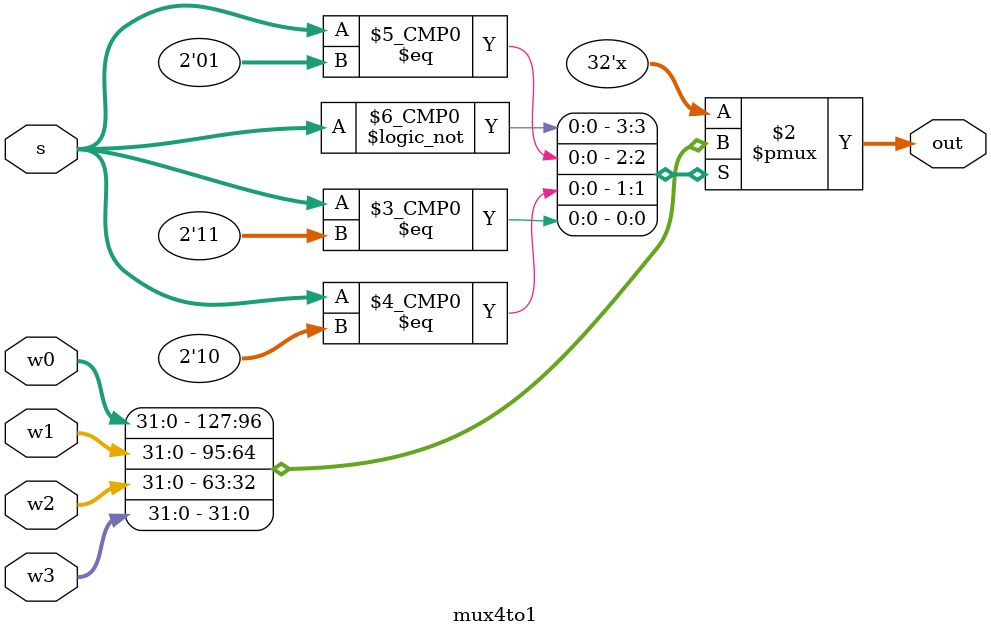
<source format=v>
`timescale 1ns / 1ps


module mux4to1(w0, w1, w2, w3, s, out);
input [31:0]w0; 
input [31:0]w1;
input [31:0]w2;
input [31:0]w3;
input [1:0]s;
output reg [31:0]out;

// seletor value chooses one of the inputs to send to output
always@(w0, w1, w2, w3, s)
    case(s)
    0: out = w0;
    1: out = w1;
    2: out = w2;
    3: out = w3;
    endcase

endmodule
</source>
